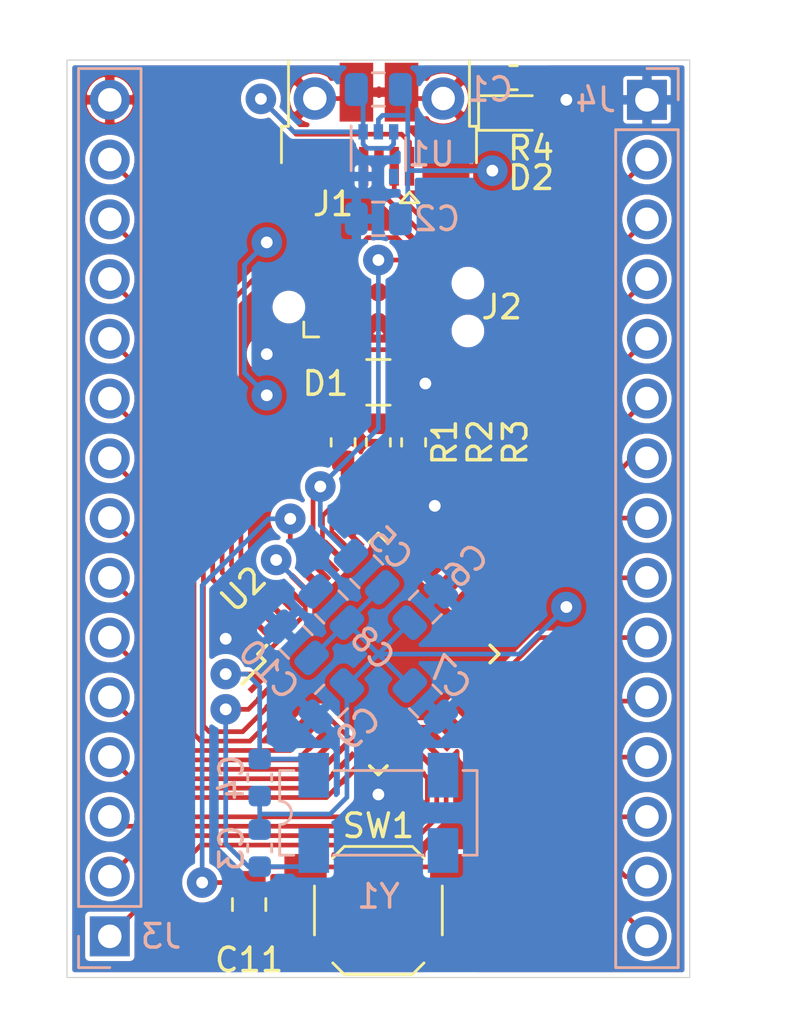
<source format=kicad_pcb>
(kicad_pcb (version 20211014) (generator pcbnew)
  (layers (0 "F.Cu" signal) (31 "B.Cu" signal) (34 "B.Paste" user) (35 "F.Paste" user) (36 "B.SilkS" user "B.Silkscreen") (37 "F.SilkS" user "F.Silkscreen") (38 "B.Mask" user) (39 "F.Mask" user) (44 "Edge.Cuts" user))
  (net 0 "")
  (net 1 "+5V")
  (net 2 "GND")
  (net 3 "+3V3")
  (net 4 "Net-(C3-Pad2)")
  (net 5 "Net-(C4-Pad2)")
  (net 6 "/RST")
  (net 7 "Net-(C8-Pad1)")
  (net 8 "/SW")
  (net 9 "Net-(D1-Pad1)")
  (net 10 "Net-(D1-Pad3)")
  (net 11 "Net-(D1-Pad4)")
  (net 12 "Net-(D2-Pad2)")
  (net 13 "Net-(J1-Pad4)")
  (net 14 "/USB_DP")
  (net 15 "/USB_DM")
  (net 16 "/SWDIO")
  (net 17 "/SWCLK")
  (net 18 "Net-(J2-Pad8)")
  (net 19 "Net-(J2-Pad7)")
  (net 20 "Net-(J2-Pad4)")
  (net 21 "/PB02")
  (net 22 "/PB03")
  (net 23 "/PA02")
  (net 24 "/PA03")
  (net 25 "/PB08")
  (net 26 "/PB09")
  (net 27 "/PA04")
  (net 28 "/PA05")
  (net 29 "/PA06")
  (net 30 "/PA07")
  (net 31 "/PA08")
  (net 32 "/PA09")
  (net 33 "/PA10")
  (net 34 "/PA11")
  (net 35 "/PB10")
  (net 36 "/PB11")
  (net 37 "/PA12")
  (net 38 "/PA13")
  (net 39 "/PA14")
  (net 40 "/PA15")
  (net 41 "/PA16")
  (net 42 "/PA17")
  (net 43 "/PA18")
  (net 44 "/PA19")
  (net 45 "/PA20")
  (net 46 "/PA21")
  (net 47 "/PA22")
  (net 48 "/PA23")
  (net 49 "/LED_B")
  (net 50 "/LED_G")
  (net 51 "/LED_R")
  (net 52 "Net-(U1-Pad4)")
  (net 53 "Net-(Y1-Pad3)")
  (net 54 "Net-(Y1-Pad2)")
  (footprint "LED_SMD:LED_0603_1608Metric" (layer "F.Cu") (at 155.75 76.25)
    (fp_text reference "D2" (at 0.75 2.75) (layer "F.SilkS"))
    (fp_text value "PWR")
    (pad "1" smd roundrect locked (at -0.7875 0) (size 0.875 0.95) (layers "F.Cu" "F.Paste" "F.Mask") (net 2 "GND"))
    (pad "2" smd roundrect locked (at 0.7875 0) (size 0.875 0.95) (layers "F.Cu" "F.Paste" "F.Mask") (net 12 "Net-(D2-Pad2)"))
  )
  (footprint "Package_QFP:TQFP-48_7x7mm_P0.5mm" (layer "F.Cu") (at 150 99.25 45)
    (fp_text reference "U2" (at -2.12132 -6.010408 45) (layer "F.SilkS"))
    (fp_text value "ATSAMD21G18A-AUT")
    (pad "1" smd rect locked (at -4.35 -2.75 45) (size 1.3 0.25) (layers "F.Cu" "F.Paste" "F.Mask") (net 5 "Net-(C4-Pad2)"))
    (pad "2" smd rect locked (at -4.35 -2.25 45) (size 1.3 0.25) (layers "F.Cu" "F.Paste" "F.Mask") (net 4 "Net-(C3-Pad2)"))
    (pad "3" smd rect locked (at -4.35 -1.75 45) (size 1.3 0.25) (layers "F.Cu" "F.Paste" "F.Mask") (net 23 "/PA02"))
    (pad "4" smd rect locked (at -4.35 -1.25 45) (size 1.3 0.25) (layers "F.Cu" "F.Paste" "F.Mask") (net 24 "/PA03"))
    (pad "5" smd rect locked (at -4.35 -0.75 45) (size 1.3 0.25) (layers "F.Cu" "F.Paste" "F.Mask") (net 2 "GND"))
    (pad "6" smd rect locked (at -4.35 -0.25 45) (size 1.3 0.25) (layers "F.Cu" "F.Paste" "F.Mask") (net 3 "+3V3"))
    (pad "7" smd rect locked (at -4.35 0.25 45) (size 1.3 0.25) (layers "F.Cu" "F.Paste" "F.Mask") (net 25 "/PB08"))
    (pad "8" smd rect locked (at -4.35 0.75 45) (size 1.3 0.25) (layers "F.Cu" "F.Paste" "F.Mask") (net 26 "/PB09"))
    (pad "9" smd rect locked (at -4.35 1.25 45) (size 1.3 0.25) (layers "F.Cu" "F.Paste" "F.Mask") (net 27 "/PA04"))
    (pad "10" smd rect locked (at -4.35 1.75 45) (size 1.3 0.25) (layers "F.Cu" "F.Paste" "F.Mask") (net 28 "/PA05"))
    (pad "11" smd rect locked (at -4.35 2.25 45) (size 1.3 0.25) (layers "F.Cu" "F.Paste" "F.Mask") (net 29 "/PA06"))
    (pad "12" smd rect locked (at -4.35 2.75 45) (size 1.3 0.25) (layers "F.Cu" "F.Paste" "F.Mask") (net 30 "/PA07"))
    (pad "13" smd rect locked (at -2.75 4.35 135) (size 1.3 0.25) (layers "F.Cu" "F.Paste" "F.Mask") (net 31 "/PA08"))
    (pad "14" smd rect locked (at -2.25 4.35 135) (size 1.3 0.25) (layers "F.Cu" "F.Paste" "F.Mask") (net 32 "/PA09"))
    (pad "15" smd rect locked (at -1.75 4.35 135) (size 1.3 0.25) (layers "F.Cu" "F.Paste" "F.Mask") (net 33 "/PA10"))
    (pad "16" smd rect locked (at -1.25 4.35 135) (size 1.3 0.25) (layers "F.Cu" "F.Paste" "F.Mask") (net 34 "/PA11"))
    (pad "17" smd rect locked (at -0.75 4.35 135) (size 1.3 0.25) (layers "F.Cu" "F.Paste" "F.Mask") (net 3 "+3V3"))
    (pad "18" smd rect locked (at -0.25 4.35 135) (size 1.3 0.25) (layers "F.Cu" "F.Paste" "F.Mask") (net 2 "GND"))
    (pad "19" smd rect locked (at 0.25 4.35 135) (size 1.3 0.25) (layers "F.Cu" "F.Paste" "F.Mask") (net 35 "/PB10"))
    (pad "20" smd rect locked (at 0.75 4.35 135) (size 1.3 0.25) (layers "F.Cu" "F.Paste" "F.Mask") (net 36 "/PB11"))
    (pad "21" smd rect locked (at 1.25 4.35 135) (size 1.3 0.25) (layers "F.Cu" "F.Paste" "F.Mask") (net 37 "/PA12"))
    (pad "22" smd rect locked (at 1.75 4.35 135) (size 1.3 0.25) (layers "F.Cu" "F.Paste" "F.Mask") (net 38 "/PA13"))
    (pad "23" smd rect locked (at 2.25 4.35 135) (size 1.3 0.25) (layers "F.Cu" "F.Paste" "F.Mask") (net 39 "/PA14"))
    (pad "24" smd rect locked (at 2.75 4.35 135) (size 1.3 0.25) (layers "F.Cu" "F.Paste" "F.Mask") (net 40 "/PA15"))
    (pad "25" smd rect locked (at 4.35 2.75 45) (size 1.3 0.25) (layers "F.Cu" "F.Paste" "F.Mask") (net 41 "/PA16"))
    (pad "26" smd rect locked (at 4.35 2.25 45) (size 1.3 0.25) (layers "F.Cu" "F.Paste" "F.Mask") (net 42 "/PA17"))
    (pad "27" smd rect locked (at 4.35 1.75 45) (size 1.3 0.25) (layers "F.Cu" "F.Paste" "F.Mask") (net 43 "/PA18"))
    (pad "28" smd rect locked (at 4.35 1.25 45) (size 1.3 0.25) (layers "F.Cu" "F.Paste" "F.Mask") (net 44 "/PA19"))
    (pad "29" smd rect locked (at 4.35 0.75 45) (size 1.3 0.25) (layers "F.Cu" "F.Paste" "F.Mask") (net 45 "/PA20"))
    (pad "30" smd rect locked (at 4.35 0.25 45) (size 1.3 0.25) (layers "F.Cu" "F.Paste" "F.Mask") (net 46 "/PA21"))
    (pad "31" smd rect locked (at 4.35 -0.25 45) (size 1.3 0.25) (layers "F.Cu" "F.Paste" "F.Mask") (net 47 "/PA22"))
    (pad "32" smd rect locked (at 4.35 -0.75 45) (size 1.3 0.25) (layers "F.Cu" "F.Paste" "F.Mask") (net 48 "/PA23"))
    (pad "33" smd rect locked (at 4.35 -1.25 45) (size 1.3 0.25) (layers "F.Cu" "F.Paste" "F.Mask") (net 15 "/USB_DM"))
    (pad "34" smd rect locked (at 4.35 -1.75 45) (size 1.3 0.25) (layers "F.Cu" "F.Paste" "F.Mask") (net 14 "/USB_DP"))
    (pad "35" smd rect locked (at 4.35 -2.25 45) (size 1.3 0.25) (layers "F.Cu" "F.Paste" "F.Mask") (net 2 "GND"))
    (pad "36" smd rect locked (at 4.35 -2.75 45) (size 1.3 0.25) (layers "F.Cu" "F.Paste" "F.Mask") (net 3 "+3V3"))
    (pad "37" smd rect locked (at 2.75 -4.35 135) (size 1.3 0.25) (layers "F.Cu" "F.Paste" "F.Mask") (net 49 "/LED_B"))
    (pad "38" smd rect locked (at 2.25 -4.35 135) (size 1.3 0.25) (layers "F.Cu" "F.Paste" "F.Mask") (net 50 "/LED_G"))
    (pad "39" smd rect locked (at 1.75 -4.35 135) (size 1.3 0.25) (layers "F.Cu" "F.Paste" "F.Mask") (net 51 "/LED_R"))
    (pad "40" smd rect locked (at 1.25 -4.35 135) (size 1.3 0.25) (layers "F.Cu" "F.Paste" "F.Mask") (net 6 "/RST"))
    (pad "41" smd rect locked (at 0.75 -4.35 135) (size 1.3 0.25) (layers "F.Cu" "F.Paste" "F.Mask") (net 8 "/SW"))
    (pad "42" smd rect locked (at 0.25 -4.35 135) (size 1.3 0.25) (layers "F.Cu" "F.Paste" "F.Mask") (net 2 "GND"))
    (pad "43" smd rect locked (at -0.25 -4.35 135) (size 1.3 0.25) (layers "F.Cu" "F.Paste" "F.Mask") (net 7 "Net-(C8-Pad1)"))
    (pad "44" smd rect locked (at -0.75 -4.35 135) (size 1.3 0.25) (layers "F.Cu" "F.Paste" "F.Mask") (net 3 "+3V3"))
    (pad "45" smd rect locked (at -1.25 -4.35 135) (size 1.3 0.25) (layers "F.Cu" "F.Paste" "F.Mask") (net 17 "/SWCLK"))
    (pad "46" smd rect locked (at -1.75 -4.35 135) (size 1.3 0.25) (layers "F.Cu" "F.Paste" "F.Mask") (net 16 "/SWDIO"))
    (pad "47" smd rect locked (at -2.25 -4.35 135) (size 1.3 0.25) (layers "F.Cu" "F.Paste" "F.Mask") (net 21 "/PB02"))
    (pad "48" smd rect locked (at -2.75 -4.35 135) (size 1.3 0.25) (layers "F.Cu" "F.Paste" "F.Mask") (net 22 "/PB03"))
  )
  (footprint "Resistor_SMD:R_0603_1608Metric" (layer "F.Cu") (at 155.75 74.75 180)
    (fp_text reference "R4" (at -0.75 -3) (layer "F.SilkS"))
    (fp_text value "1k")
    (pad "1" smd roundrect locked (at -0.7875 0 180) (size 0.875 0.95) (layers "F.Cu" "F.Paste" "F.Mask") (net 3 "+3V3"))
    (pad "2" smd roundrect locked (at 0.7875 0 180) (size 0.875 0.95) (layers "F.Cu" "F.Paste" "F.Mask") (net 12 "Net-(D2-Pad2)"))
  )
  (footprint "Connector:Tag-Connect_TC2050-IDC-NL_2x05_P1.27mm_Vertical" (layer "F.Cu") (at 150 84.5)
    (fp_text reference "J2" (at 5.25 0) (layer "F.SilkS"))
    (fp_text value "SWD")
    (pad "" np_thru_hole circle locked (at -3.81 0) (size 0.9906 0.9906) (drill 0.9906) (layers *.Cu *.Mask))
    (pad "" np_thru_hole circle locked (at 3.81 -1.016) (size 0.9906 0.9906) (drill 0.9906) (layers *.Cu *.Mask))
    (pad "" np_thru_hole circle locked (at 3.81 1.016) (size 0.9906 0.9906) (drill 0.9906) (layers *.Cu *.Mask))
    (pad "1" connect circle locked (at -2.54 0.635) (size 0.7874 0.7874) (layers "F.Cu" "F.Mask") (net 3 "+3V3"))
    (pad "2" connect circle locked (at -1.27 0.635) (size 0.7874 0.7874) (layers "F.Cu" "F.Mask") (net 2 "GND"))
    (pad "3" connect circle locked (at 0 0.635) (size 0.7874 0.7874) (layers "F.Cu" "F.Mask") (net 2 "GND"))
    (pad "4" connect circle locked (at 1.27 0.635) (size 0.7874 0.7874) (layers "F.Cu" "F.Mask") (net 20 "Net-(J2-Pad4)"))
    (pad "5" connect circle locked (at 2.54 0.635) (size 0.7874 0.7874) (layers "F.Cu" "F.Mask") (net 2 "GND"))
    (pad "6" connect circle locked (at 2.54 -0.635) (size 0.7874 0.7874) (layers "F.Cu" "F.Mask") (net 6 "/RST"))
    (pad "7" connect circle locked (at 1.27 -0.635) (size 0.7874 0.7874) (layers "F.Cu" "F.Mask") (net 19 "Net-(J2-Pad7)"))
    (pad "8" connect circle locked (at 0 -0.635) (size 0.7874 0.7874) (layers "F.Cu" "F.Mask") (net 18 "Net-(J2-Pad8)"))
    (pad "9" connect circle locked (at -1.27 -0.635) (size 0.7874 0.7874) (layers "F.Cu" "F.Mask") (net 17 "/SWCLK"))
    (pad "10" connect circle locked (at -2.54 -0.635) (size 0.7874 0.7874) (layers "F.Cu" "F.Mask") (net 16 "/SWDIO"))
  )
  (footprint "Resistor_SMD:R_0603_1608Metric" (layer "F.Cu") (at 151.5 90.25 90)
    (fp_text reference "R3" (at 0 4.32 90) (layer "F.SilkS"))
    (fp_text value "150")
    (pad "1" smd roundrect locked (at -0.7875 0 90) (size 0.875 0.95) (layers "F.Cu" "F.Paste" "F.Mask") (net 49 "/LED_B"))
    (pad "2" smd roundrect locked (at 0.7875 0 90) (size 0.875 0.95) (layers "F.Cu" "F.Paste" "F.Mask") (net 9 "Net-(D1-Pad1)"))
  )
  (footprint "Resistor_SMD:R_0603_1608Metric" (layer "F.Cu") (at 150 90.25 90)
    (fp_text reference "R2" (at 0 4.32 90) (layer "F.SilkS"))
    (fp_text value "150")
    (pad "1" smd roundrect locked (at -0.7875 0 90) (size 0.875 0.95) (layers "F.Cu" "F.Paste" "F.Mask") (net 50 "/LED_G"))
    (pad "2" smd roundrect locked (at 0.7875 0 90) (size 0.875 0.95) (layers "F.Cu" "F.Paste" "F.Mask") (net 11 "Net-(D1-Pad4)"))
  )
  (footprint "Resistor_SMD:R_Array_Convex_2x0606" (layer "F.Cu") (at 150 87.7 180)
    (fp_text reference "D1" (at 2.25 -0.05) (layer "F.SilkS"))
    (fp_text value "LED_RABG")
    (pad "1" smd rect locked (at -0.7 -0.47 180) (size 0.7 0.64) (layers "F.Cu" "F.Paste" "F.Mask") (net 9 "Net-(D1-Pad1)"))
    (pad "2" smd rect locked (at -0.7 0.47 180) (size 0.7 0.64) (layers "F.Cu" "F.Paste" "F.Mask") (net 3 "+3V3"))
    (pad "3" smd rect locked (at 0.7 0.47 180) (size 0.7 0.64) (layers "F.Cu" "F.Paste" "F.Mask") (net 10 "Net-(D1-Pad3)"))
    (pad "4" smd rect locked (at 0.7 -0.47 180) (size 0.7 0.64) (layers "F.Cu" "F.Paste" "F.Mask") (net 11 "Net-(D1-Pad4)"))
  )
  (footprint "Capacitor_SMD:C_0805_2012Metric" (layer "F.Cu") (at 144.5 109.9 90)
    (fp_text reference "C11" (at -2.35 0 180) (layer "F.SilkS"))
    (fp_text value "100n")
    (pad "1" smd roundrect locked (at -0.9375 0 90) (size 0.975 1.4) (layers "F.Cu" "F.Paste" "F.Mask") (net 2 "GND"))
    (pad "2" smd roundrect locked (at 0.9375 0 90) (size 0.975 1.4) (layers "F.Cu" "F.Paste" "F.Mask") (net 8 "/SW"))
  )
  (footprint "Button_Switch_SMD:SW_SPST_SKQG_WithoutStem" (layer "F.Cu") (at 150 110.15)
    (fp_text reference "SW1" (at 0 -3.6) (layer "F.SilkS"))
    (fp_text value "SW_SPST")
    (pad "1" smd rect locked (at -3.1 -1.85) (size 1.8 1.1) (layers "F.Cu" "F.Paste" "F.Mask") (net 8 "/SW"))
    (pad "1" smd rect locked (at 3.1 -1.85) (size 1.8 1.1) (layers "F.Cu" "F.Paste" "F.Mask") (net 8 "/SW"))
    (pad "2" smd rect locked (at 3.1 1.85) (size 1.8 1.1) (layers "F.Cu" "F.Paste" "F.Mask") (net 2 "GND"))
    (pad "2" smd rect locked (at -3.1 1.85) (size 1.8 1.1) (layers "F.Cu" "F.Paste" "F.Mask") (net 2 "GND"))
  )
  (footprint "Resistor_SMD:R_0603_1608Metric" (layer "F.Cu") (at 148.5 90.25 90)
    (fp_text reference "R1" (at 0 4.32 90) (layer "F.SilkS"))
    (fp_text value "150")
    (pad "1" smd roundrect locked (at -0.7875 0 90) (size 0.875 0.95) (layers "F.Cu" "F.Paste" "F.Mask") (net 51 "/LED_R"))
    (pad "2" smd roundrect locked (at 0.7875 0 90) (size 0.875 0.95) (layers "F.Cu" "F.Paste" "F.Mask") (net 10 "Net-(D1-Pad3)"))
  )
  (footprint "Connector_USB:USB_Micro-B_Amphenol_10103594-0001LF_Horizontal" (layer "F.Cu") (at 150 76.75 180)
    (fp_text reference "J1" (at 1.925 -3.365) (layer "F.SilkS"))
    (fp_text value "USB_B_Micro")
    (pad "1" smd rect locked (at -1.325 -1.765 270) (size 1.65 0.4) (layers "F.Cu" "F.Paste" "F.Mask") (net 1 "+5V"))
    (pad "2" smd rect locked (at -0.675 -1.765 270) (size 1.65 0.4) (layers "F.Cu" "F.Paste" "F.Mask") (net 15 "/USB_DM"))
    (pad "3" smd rect locked (at -0.025 -1.765 270) (size 1.65 0.4) (layers "F.Cu" "F.Paste" "F.Mask") (net 14 "/USB_DP"))
    (pad "4" smd rect locked (at 0.625 -1.765 270) (size 1.65 0.4) (layers "F.Cu" "F.Paste" "F.Mask") (net 13 "Net-(J1-Pad4)"))
    (pad "5" smd rect locked (at 1.275 -1.765 270) (size 1.65 0.4) (layers "F.Cu" "F.Paste" "F.Mask") (net 2 "GND"))
    (pad "6" smd rect locked (at -0.985 1.385 270) (size 2.5 1.43) (layers "F.Cu" "F.Paste" "F.Mask") (net 2 "GND"))
    (pad "6" smd rect locked (at 2.875 -1.885 180) (size 2 1.5) (layers "F.Cu" "F.Paste" "F.Mask") (net 2 "GND"))
    (pad "6" thru_hole circle locked (at -2.755 1.115 270) (size 1.8 1.8) (drill 1) (layers *.Cu *.Mask) (net 2 "GND"))
    (pad "6" smd rect locked (at -2.875 -1.865 180) (size 2 1.5) (layers "F.Cu" "F.Paste" "F.Mask") (net 2 "GND"))
    (pad "6" smd rect locked (at 0.935 1.385 270) (size 2.5 1.43) (layers "F.Cu" "F.Paste" "F.Mask") (net 2 "GND"))
    (pad "6" thru_hole circle locked (at 2.705 1.115 270) (size 1.8 1.8) (drill 1) (layers *.Cu *.Mask) (net 2 "GND"))
  )
  (footprint "Connector_PinHeader_2.54mm:PinHeader_1x15_P2.54mm_Vertical" (layer "B.Cu") (at 138.57 111.25)
    (fp_text reference "J3" (at 2.18 0) (layer "B.SilkS") (effects (justify mirror)))
    (fp_text value "Conn_01x15")
    (pad "1" thru_hole rect locked (at 0 0) (size 1.7 1.7) (drill 1) (layers *.Cu *.Mask) (net 34 "/PA11"))
    (pad "2" thru_hole oval locked (at 0 -2.54) (size 1.7 1.7) (drill 1) (layers *.Cu *.Mask) (net 33 "/PA10"))
    (pad "3" thru_hole oval locked (at 0 -5.08) (size 1.7 1.7) (drill 1) (layers *.Cu *.Mask) (net 32 "/PA09"))
    (pad "4" thru_hole oval locked (at 0 -7.62) (size 1.7 1.7) (drill 1) (layers *.Cu *.Mask) (net 31 "/PA08"))
    (pad "5" thru_hole oval locked (at 0 -10.16) (size 1.7 1.7) (drill 1) (layers *.Cu *.Mask) (net 30 "/PA07"))
    (pad "6" thru_hole oval locked (at 0 -12.7) (size 1.7 1.7) (drill 1) (layers *.Cu *.Mask) (net 29 "/PA06"))
    (pad "7" thru_hole oval locked (at 0 -15.24) (size 1.7 1.7) (drill 1) (layers *.Cu *.Mask) (net 28 "/PA05"))
    (pad "8" thru_hole oval locked (at 0 -17.78) (size 1.7 1.7) (drill 1) (layers *.Cu *.Mask) (net 27 "/PA04"))
    (pad "9" thru_hole oval locked (at 0 -20.32) (size 1.7 1.7) (drill 1) (layers *.Cu *.Mask) (net 26 "/PB09"))
    (pad "10" thru_hole oval locked (at 0 -22.86) (size 1.7 1.7) (drill 1) (layers *.Cu *.Mask) (net 25 "/PB08"))
    (pad "11" thru_hole oval locked (at 0 -25.4) (size 1.7 1.7) (drill 1) (layers *.Cu *.Mask) (net 24 "/PA03"))
    (pad "12" thru_hole oval locked (at 0 -27.94) (size 1.7 1.7) (drill 1) (layers *.Cu *.Mask) (net 23 "/PA02"))
    (pad "13" thru_hole oval locked (at 0 -30.48) (size 1.7 1.7) (drill 1) (layers *.Cu *.Mask) (net 22 "/PB03"))
    (pad "14" thru_hole oval locked (at 0 -33.02) (size 1.7 1.7) (drill 1) (layers *.Cu *.Mask) (net 21 "/PB02"))
    (pad "15" thru_hole oval locked (at 0 -35.56) (size 1.7 1.7) (drill 1) (layers *.Cu *.Mask) (net 2 "GND"))
  )
  (footprint "Capacitor_SMD:C_0805_2012Metric" (layer "B.Cu") (at 152 101.25 135)
    (fp_text reference "C7" (at 0 1.414214 135) (layer "B.SilkS") (effects (justify mirror)))
    (fp_text value "100n")
    (pad "1" smd roundrect locked (at -0.9375 0 135) (size 0.975 1.4) (layers "B.Cu" "B.Paste" "B.Mask") (net 3 "+3V3"))
    (pad "2" smd roundrect locked (at 0.9375 0 135) (size 0.975 1.4) (layers "B.Cu" "B.Paste" "B.Mask") (net 2 "GND"))
  )
  (footprint "Capacitor_SMD:C_0805_2012Metric" (layer "B.Cu") (at 152 97.25 -135)
    (fp_text reference "C6" (at -2.474874 0 45) (layer "B.SilkS") (effects (justify mirror)))
    (fp_text value "100n")
    (pad "1" smd roundrect locked (at -0.9375 0 225) (size 0.975 1.4) (layers "B.Cu" "B.Paste" "B.Mask") (net 3 "+3V3"))
    (pad "2" smd roundrect locked (at 0.9375 0 225) (size 0.975 1.4) (layers "B.Cu" "B.Paste" "B.Mask") (net 2 "GND"))
  )
  (footprint "Capacitor_SMD:C_0805_2012Metric" (layer "B.Cu") (at 149.5 95.75 -45)
    (fp_text reference "C5" (at 0 -1.414214 -45) (layer "B.SilkS") (effects (justify mirror)))
    (fp_text value "100n")
    (pad "1" smd roundrect locked (at -0.9375 0 315) (size 0.975 1.4) (layers "B.Cu" "B.Paste" "B.Mask") (net 6 "/RST"))
    (pad "2" smd roundrect locked (at 0.9375 0 315) (size 0.975 1.4) (layers "B.Cu" "B.Paste" "B.Mask") (net 2 "GND"))
  )
  (footprint "Capacitor_SMD:C_0805_2012Metric" (layer "B.Cu") (at 150 80.75)
    (fp_text reference "C2" (at 2.5 0) (layer "B.SilkS") (effects (justify mirror)))
    (fp_text value "10u")
    (pad "1" smd roundrect locked (at -0.9375 0) (size 0.975 1.4) (layers "B.Cu" "B.Paste" "B.Mask") (net 3 "+3V3"))
    (pad "2" smd roundrect locked (at 0.9375 0) (size 0.975 1.4) (layers "B.Cu" "B.Paste" "B.Mask") (net 2 "GND"))
  )
  (footprint "Package_TO_SOT_SMD:SOT-353_SC-70-5" (layer "B.Cu") (at 150 78 -90)
    (fp_text reference "U1" (at 0 -2.25 180) (layer "B.SilkS") (effects (justify mirror)))
    (fp_text value "MIC5365-3.3YC5")
    (pad "1" smd rect locked (at -0.95 0.65 270) (size 0.65 0.4) (layers "B.Cu" "B.Paste" "B.Mask") (net 1 "+5V"))
    (pad "2" smd rect locked (at -0.95 0 270) (size 0.65 0.4) (layers "B.Cu" "B.Paste" "B.Mask") (net 2 "GND"))
    (pad "3" smd rect locked (at -0.95 -0.65 270) (size 0.65 0.4) (layers "B.Cu" "B.Paste" "B.Mask") (net 1 "+5V"))
    (pad "4" smd rect locked (at 0.95 -0.65 270) (size 0.65 0.4) (layers "B.Cu" "B.Paste" "B.Mask") (net 52 "Net-(U1-Pad4)"))
    (pad "5" smd rect locked (at 0.95 0.65 270) (size 0.65 0.4) (layers "B.Cu" "B.Paste" "B.Mask") (net 3 "+3V3"))
  )
  (footprint "Capacitor_SMD:C_0603_1608Metric" (layer "B.Cu") (at 144.95 104.5 90)
    (fp_text reference "C4" (at 0 -1.2 270) (layer "B.SilkS") (effects (justify mirror)))
    (fp_text value "20p")
    (pad "1" smd roundrect locked (at -0.7875 0 90) (size 0.875 0.95) (layers "B.Cu" "B.Paste" "B.Mask") (net 2 "GND"))
    (pad "2" smd roundrect locked (at 0.7875 0 90) (size 0.875 0.95) (layers "B.Cu" "B.Paste" "B.Mask") (net 5 "Net-(C4-Pad2)"))
  )
  (footprint "Crystal:Crystal_SMD_SeikoEpson_MC306-4Pin_8.0x3.2mm" (layer "B.Cu") (at 150 106)
    (fp_text reference "Y1" (at 0 3.55) (layer "B.SilkS") (effects (justify mirror)))
    (fp_text value "32.768kHz")
    (pad "1" smd rect locked (at -2.75 -1.6) (size 1.3 1.9) (layers "B.Cu" "B.Paste" "B.Mask") (net 5 "Net-(C4-Pad2)"))
    (pad "2" smd rect locked (at 2.75 -1.6) (size 1.3 1.9) (layers "B.Cu" "B.Paste" "B.Mask") (net 54 "Net-(Y1-Pad2)"))
    (pad "3" smd rect locked (at 2.75 1.6) (size 1.3 1.9) (layers "B.Cu" "B.Paste" "B.Mask") (net 53 "Net-(Y1-Pad3)"))
    (pad "4" smd rect locked (at -2.75 1.6) (size 1.3 1.9) (layers "B.Cu" "B.Paste" "B.Mask") (net 4 "Net-(C3-Pad2)"))
  )
  (footprint "Capacitor_SMD:C_0603_1608Metric" (layer "B.Cu") (at 144.95 107.5 -90)
    (fp_text reference "C3" (at 0 1.2 90) (layer "B.SilkS") (effects (justify mirror)))
    (fp_text value "20p")
    (pad "1" smd roundrect locked (at -0.7875 0 270) (size 0.875 0.95) (layers "B.Cu" "B.Paste" "B.Mask") (net 2 "GND"))
    (pad "2" smd roundrect locked (at 0.7875 0 270) (size 0.875 0.95) (layers "B.Cu" "B.Paste" "B.Mask") (net 4 "Net-(C3-Pad2)"))
  )
  (footprint "Capacitor_SMD:C_0805_2012Metric" (layer "B.Cu") (at 148 101.25 45)
    (fp_text reference "C9" (at 0 1.65 45) (layer "B.SilkS") (effects (justify mirror)))
    (fp_text value "100n")
    (pad "1" smd roundrect locked (at -0.9375 0 45) (size 0.975 1.4) (layers "B.Cu" "B.Paste" "B.Mask") (net 3 "+3V3"))
    (pad "2" smd roundrect locked (at 0.9375 0 45) (size 0.975 1.4) (layers "B.Cu" "B.Paste" "B.Mask") (net 2 "GND"))
  )
  (footprint "Capacitor_SMD:C_0805_2012Metric" (layer "B.Cu") (at 150 75.25 180)
    (fp_text reference "C1" (at -4.75 0) (layer "B.SilkS") (effects (justify mirror)))
    (fp_text value "10u")
    (pad "1" smd roundrect locked (at -0.9375 0 180) (size 0.975 1.4) (layers "B.Cu" "B.Paste" "B.Mask") (net 2 "GND"))
    (pad "2" smd roundrect locked (at 0.9375 0 180) (size 0.975 1.4) (layers "B.Cu" "B.Paste" "B.Mask") (net 1 "+5V"))
  )
  (footprint "Capacitor_SMD:C_0805_2012Metric" (layer "B.Cu") (at 148 97.25 -45)
    (fp_text reference "C8" (at 2.474874 0 -45) (layer "B.SilkS") (effects (justify mirror)))
    (fp_text value "100n")
    (pad "1" smd roundrect locked (at -0.9375 0 315) (size 0.975 1.4) (layers "B.Cu" "B.Paste" "B.Mask") (net 7 "Net-(C8-Pad1)"))
    (pad "2" smd roundrect locked (at 0.9375 0 315) (size 0.975 1.4) (layers "B.Cu" "B.Paste" "B.Mask") (net 2 "GND"))
  )
  (footprint "Capacitor_SMD:C_0805_2012Metric" (layer "B.Cu") (at 146.5 98.75 -45)
    (fp_text reference "C10" (at 0 1.65 135) (layer "B.SilkS") (effects (justify mirror)))
    (fp_text value "100n")
    (pad "1" smd roundrect locked (at -0.9375 0 315) (size 0.975 1.4) (layers "B.Cu" "B.Paste" "B.Mask") (net 3 "+3V3"))
    (pad "2" smd roundrect locked (at 0.9375 0 315) (size 0.975 1.4) (layers "B.Cu" "B.Paste" "B.Mask") (net 2 "GND"))
  )
  (footprint "Connector_PinHeader_2.54mm:PinHeader_1x15_P2.54mm_Vertical" (layer "B.Cu") (at 161.43 75.69 180)
    (fp_text reference "J4" (at 2.18 0) (layer "B.SilkS") (effects (justify mirror)))
    (fp_text value "Conn_01x15")
    (pad "1" thru_hole rect locked (at 0 0 180) (size 1.7 1.7) (drill 1) (layers *.Cu *.Mask) (net 3 "+3V3"))
    (pad "2" thru_hole oval locked (at 0 -2.54 180) (size 1.7 1.7) (drill 1) (layers *.Cu *.Mask) (net 48 "/PA23"))
    (pad "3" thru_hole oval locked (at 0 -5.08 180) (size 1.7 1.7) (drill 1) (layers *.Cu *.Mask) (net 47 "/PA22"))
    (pad "4" thru_hole oval locked (at 0 -7.62 180) (size 1.7 1.7) (drill 1) (layers *.Cu *.Mask) (net 46 "/PA21"))
    (pad "5" thru_hole oval locked (at 0 -10.16 180) (size 1.7 1.7) (drill 1) (layers *.Cu *.Mask) (net 45 "/PA20"))
    (pad "6" thru_hole oval locked (at 0 -12.7 180) (size 1.7 1.7) (drill 1) (layers *.Cu *.Mask) (net 44 "/PA19"))
    (pad "7" thru_hole oval locked (at 0 -15.24 180) (size 1.7 1.7) (drill 1) (layers *.Cu *.Mask) (net 43 "/PA18"))
    (pad "8" thru_hole oval locked (at 0 -17.78 180) (size 1.7 1.7) (drill 1) (layers *.Cu *.Mask) (net 42 "/PA17"))
    (pad "9" thru_hole oval locked (at 0 -20.32 180) (size 1.7 1.7) (drill 1) (layers *.Cu *.Mask) (net 41 "/PA16"))
    (pad "10" thru_hole oval locked (at 0 -22.86 180) (size 1.7 1.7) (drill 1) (layers *.Cu *.Mask) (net 40 "/PA15"))
    (pad "11" thru_hole oval locked (at 0 -25.4 180) (size 1.7 1.7) (drill 1) (layers *.Cu *.Mask) (net 39 "/PA14"))
    (pad "12" thru_hole oval locked (at 0 -27.94 180) (size 1.7 1.7) (drill 1) (layers *.Cu *.Mask) (net 38 "/PA13"))
    (pad "13" thru_hole oval locked (at 0 -30.48 180) (size 1.7 1.7) (drill 1) (layers *.Cu *.Mask) (net 37 "/PA12"))
    (pad "14" thru_hole oval locked (at 0 -33.02 180) (size 1.7 1.7) (drill 1) (layers *.Cu *.Mask) (net 36 "/PB11"))
    (pad "15" thru_hole oval locked (at 0 -35.56 180) (size 1.7 1.7) (drill 1) (layers *.Cu *.Mask) (net 35 "/PB10"))
  )
  (gr_line (start 136.75 74) (end 136.75 113) (layer "Edge.Cuts") (width 0.05))
  (gr_line (start 163.25 74) (end 136.75 74) (layer "Edge.Cuts") (width 0.05))
  (gr_line (start 163.25 113) (end 163.25 74) (layer "Edge.Cuts") (width 0.05))
  (gr_line (start 136.75 113) (end 163.25 113) (layer "Edge.Cuts") (width 0.05))
  (segment (start 151.325 78.515) (end 151.325 77.49) (width 0.2) (layer "F.Cu") (net 1))
  (segment (start 150.985 77.15) (end 146.5 77.15) (width 0.2) (layer "F.Cu") (net 1))
  (segment (start 146.5 77.15) (end 145 75.65) (width 0.2) (layer "F.Cu") (net 1))
  (segment (start 151.325 77.49) (end 150.985 77.15) (width 0.2) (layer "F.Cu") (net 1))
  (via (at 145 75.65) (size 1.3) (drill 0.5) (layers "F.Cu" "B.Cu") (net 1))
  (segment (start 150.475 77.75) (end 150.65 77.575) (width 0.2) (layer "B.Cu") (net 1))
  (segment (start 149.35 77.05) (end 146.4 77.05) (width 0.2) (layer "B.Cu") (net 1))
  (segment (start 149.525 77.75) (end 150.475 77.75) (width 0.2) (layer "B.Cu") (net 1))
  (segment (start 149.35 75.5375) (end 149.0625 75.25) (width 0.2) (layer "B.Cu") (net 1))
  (segment (start 146.4 77.05) (end 145 75.65) (width 0.2) (layer "B.Cu") (net 1))
  (segment (start 149.35 77.05) (end 149.35 77.575) (width 0.2) (layer "B.Cu") (net 1))
  (segment (start 149.35 77.575) (end 149.525 77.75) (width 0.2) (layer "B.Cu") (net 1))
  (segment (start 150.65 77.575) (end 150.65 77.05) (width 0.2) (layer "B.Cu") (net 1))
  (segment (start 149.35 77.05) (end 149.35 75.5375) (width 0.2) (layer "B.Cu") (net 1))
  (segment (start 148.73 85.135) (end 149.25 85.655) (width 0.2) (layer "F.Cu") (net 2))
  (segment (start 152.755 75.635) (end 151.255 75.635) (width 0.2) (layer "F.Cu") (net 2))
  (segment (start 147.295 75.635) (end 148.795 75.635) (width 0.2) (layer "F.Cu") (net 2))
  (segment (start 149.48 85.655) (end 150 85.135) (width 0.2) (layer "F.Cu") (net 2))
  (segment (start 148.795 75.635) (end 149.065 75.365) (width 0.2) (layer "F.Cu") (net 2))
  (segment (start 151.255 75.635) (end 150.985 75.365) (width 0.2) (layer "F.Cu") (net 2))
  (segment (start 149.25 85.655) (end 149.48 85.655) (width 0.2) (layer "F.Cu") (net 2))
  (via (at 145.25 81.75) (size 1.3) (drill 0.5) (layers "F.Cu" "B.Cu") (net 2))
  (via (at 145.25 88.25) (size 1.3) (drill 0.5) (layers "F.Cu" "B.Cu") (net 2))
  (via (at 158 97.25) (size 1.3) (drill 0.5) (layers "F.Cu" "B.Cu") (net 2))
  (via (at 154.85 78.7) (size 1.3) (drill 0.5) (layers "F.Cu" "B.Cu") (net 2))
  (segment (start 151.25 78.75) (end 151.25 80.4375) (width 0.2) (layer "B.Cu") (net 2))
  (segment (start 151.25 75.5625) (end 151.25 76.35) (width 0.2) (layer "B.Cu") (net 2))
  (segment (start 150 76.525) (end 150 77.05) (width 0.2) (layer "B.Cu") (net 2))
  (segment (start 144.300017 87.300017) (end 144.300017 82.699983) (width 0.2) (layer "B.Cu") (net 2))
  (segment (start 150 99.25) (end 151.337087 100.587087) (width 0.2) (layer "B.Cu") (net 2))
  (segment (start 150.9375 75.25) (end 151.25 75.5625) (width 0.2) (layer "B.Cu") (net 2))
  (segment (start 151.25 80.4375) (end 150.9375 80.75) (width 0.2) (layer "B.Cu") (net 2))
  (segment (start 148.662913 101.272553) (end 148.662913 100.587087) (width 0.2) (layer "B.Cu") (net 2))
  (segment (start 148.662913 105.337087) (end 148.662913 101.272553) (width 0.2) (layer "B.Cu") (net 2))
  (segment (start 151.25 76.35) (end 151.25 78.75) (width 0.2) (layer "B.Cu") (net 2))
  (segment (start 144.95 105.2875) (end 144.95 106.05) (width 0.2) (layer "B.Cu") (net 2))
  (segment (start 147.657887 98.917939) (end 150.162913 96.412913) (width 0.2) (layer "B.Cu") (net 2))
  (segment (start 144.300017 82.699983) (end 144.600001 82.399999) (width 0.2) (layer "B.Cu") (net 2))
  (segment (start 151.3 78.7) (end 154.85 78.7) (width 0.2) (layer "B.Cu") (net 2))
  (segment (start 144.95 106.05) (end 147.95 106.05) (width 0.2) (layer "B.Cu") (net 2))
  (segment (start 151.25 76.35) (end 150.175 76.35) (width 0.2) (layer "B.Cu") (net 2))
  (segment (start 144.600001 82.399999) (end 145.25 81.75) (width 0.2) (layer "B.Cu") (net 2))
  (segment (start 156 99.25) (end 158 97.25) (width 0.2) (layer "B.Cu") (net 2))
  (segment (start 145.25 88.25) (end 144.300017 87.300017) (width 0.2) (layer "B.Cu") (net 2))
  (segment (start 147.95 106.05) (end 148.662913 105.337087) (width 0.2) (layer "B.Cu") (net 2))
  (segment (start 148.662913 100.587087) (end 151.337087 97.912913) (width 0.2) (layer "B.Cu") (net 2))
  (segment (start 148.662913 97.912913) (end 150 99.25) (width 0.2) (layer "B.Cu") (net 2))
  (segment (start 150 99.25) (end 156 99.25) (width 0.2) (layer "B.Cu") (net 2))
  (segment (start 144.95 106.05) (end 144.95 106.7125) (width 0.2) (layer "B.Cu") (net 2))
  (segment (start 151.25 78.75) (end 151.3 78.7) (width 0.2) (layer "B.Cu") (net 2))
  (segment (start 147.162913 99.412913) (end 147.657887 98.917939) (width 0.2) (layer "B.Cu") (net 2))
  (segment (start 150.175 76.35) (end 150 76.525) (width 0.2) (layer "B.Cu") (net 2))
  (segment (start 146.393755 96.704416) (end 146.88822 97.198881) (width 0.2) (layer "F.Cu") (net 3))
  (segment (start 150 104.058311) (end 150 105.21999) (width 0.2) (layer "F.Cu") (net 3))
  (segment (start 147.241774 101.654673) (end 147.596362 101.654673) (width 0.2) (layer "F.Cu") (net 3))
  (segment (start 151.131371 94.218629) (end 152.4 92.95) (width 0.2) (layer "F.Cu") (net 3))
  (segment (start 146.88822 97.198881) (end 146.88822 97.553469) (width 0.2) (layer "F.Cu") (net 3))
  (segment (start 151.48 87.23) (end 152 87.75) (width 0.2) (layer "F.Cu") (net 3))
  (segment (start 151.696531 102.36178) (end 150 104.058311) (width 0.2) (layer "F.Cu") (net 3))
  (segment (start 147.46 85.135) (end 146.095 86.5) (width 0.2) (layer "F.Cu") (net 3))
  (segment (start 145.475042 98.966647) (end 143.869652 98.966647) (width 0.2) (layer "F.Cu") (net 3))
  (segment (start 147.596362 101.654673) (end 150 104.058311) (width 0.2) (layer "F.Cu") (net 3))
  (segment (start 158 75.69) (end 161.43 75.69) (width 0.2) (layer "F.Cu") (net 3))
  (segment (start 146.88822 97.553469) (end 145.475042 98.966647) (width 0.2) (layer "F.Cu") (net 3))
  (segment (start 143.869652 98.966647) (end 143.502919 98.599914) (width 0.2) (layer "F.Cu") (net 3))
  (segment (start 150.7 87.23) (end 151.48 87.23) (width 0.2) (layer "F.Cu") (net 3))
  (segment (start 152.545584 102.856245) (end 152.051119 102.36178) (width 0.2) (layer "F.Cu") (net 3))
  (segment (start 151.131371 94.229542) (end 151.131371 94.218629) (width 0.2) (layer "F.Cu") (net 3))
  (segment (start 152.051119 102.36178) (end 151.696531 102.36178) (width 0.2) (layer "F.Cu") (net 3))
  (segment (start 156.5375 74.75) (end 157.06 74.75) (width 0.2) (layer "F.Cu") (net 3))
  (segment (start 146.095 86.5) (end 145.250018 86.5) (width 0.2) (layer "F.Cu") (net 3))
  (segment (start 157.06 74.75) (end 158 75.69) (width 0.2) (layer "F.Cu") (net 3))
  (segment (start 146.747309 102.149138) (end 147.241774 101.654673) (width 0.2) (layer "F.Cu") (net 3))
  (via (at 143.502919 98.599914) (size 1.3) (drill 0.5) (layers "F.Cu" "B.Cu") (net 3))
  (via (at 152.4 92.95) (size 1.3) (drill 0.5) (layers "F.Cu" "B.Cu") (net 3))
  (via (at 150 105.21999) (size 1.3) (drill 0.5) (layers "F.Cu" "B.Cu") (net 3))
  (via (at 152 87.75) (size 1.3) (drill 0.5) (layers "F.Cu" "B.Cu") (net 3))
  (via (at 158 75.69) (size 1.3) (drill 0.5) (layers "F.Cu" "B.Cu") (net 3))
  (via (at 145.250018 86.5) (size 1.3) (drill 0.5) (layers "F.Cu" "B.Cu") (net 3))
  (segment (start 144.468099 101.59992) (end 143.502919 101.59992) (width 0.2) (layer "F.Cu") (net 4))
  (segment (start 145.333095 100.734924) (end 144.468099 101.59992) (width 0.2) (layer "F.Cu") (net 4))
  (via (at 143.502919 101.59992) (size 1.3) (drill 0.5) (layers "F.Cu" "B.Cu") (net 4))
  (segment (start 147.2125 108.2875) (end 147.25 108.25) (width 0.2) (layer "B.Cu") (net 4))
  (segment (start 144.95 108.2875) (end 144.475 108.2875) (width 0.2) (layer "B.Cu") (net 4))
  (segment (start 143.502919 107.315419) (end 143.502919 102.519158) (width 0.2) (layer "B.Cu") (net 4))
  (segment (start 144.475 108.2875) (end 143.502919 107.315419) (width 0.2) (layer "B.Cu") (net 4))
  (segment (start 143.502919 102.519158) (end 143.502919 101.59992) (width 0.2) (layer "B.Cu") (net 4))
  (segment (start 144.95 108.2875) (end 147.2125 108.2875) (width 0.2) (layer "B.Cu") (net 4))
  (segment (start 144.698171 100.1) (end 143.503002 100.1) (width 0.2) (layer "F.Cu") (net 5))
  (segment (start 143.503002 100.1) (end 143.502919 100.099917) (width 0.2) (layer "F.Cu") (net 5))
  (segment (start 144.979542 100.381371) (end 144.698171 100.1) (width 0.2) (layer "F.Cu") (net 5))
  (via (at 143.502919 100.099917) (size 1.3) (drill 0.5) (layers "F.Cu" "B.Cu") (net 5))
  (segment (start 144.95 103.275) (end 144.95 103.7125) (width 0.2) (layer "B.Cu") (net 5))
  (segment (start 144.422157 100.099917) (end 144.95 100.62776) (width 0.2) (layer "B.Cu") (net 5))
  (segment (start 144.95 100.62776) (end 144.95 103.275) (width 0.2) (layer "B.Cu") (net 5))
  (segment (start 144.95 103.7125) (end 147 103.7125) (width 0.2) (layer "B.Cu") (net 5))
  (segment (start 143.502919 100.099917) (end 144.422157 100.099917) (width 0.2) (layer "B.Cu") (net 5))
  (segment (start 147.220591 92.435905) (end 147.528248 92.128248) (width 0.2) (layer "F.Cu") (net 6))
  (segment (start 147.220591 94.702824) (end 147.220591 92.435905) (width 0.2) (layer "F.Cu") (net 6))
  (segment (start 147.807969 95.290202) (end 147.220591 94.702824) (width 0.2) (layer "F.Cu") (net 6))
  (segment (start 152.54 83.865) (end 151.175 82.5) (width 0.2) (layer "F.Cu") (net 6))
  (segment (start 151.175 82.5) (end 150 82.5) (width 0.2) (layer "F.Cu") (net 6))
  (via (at 147.528248 92.128248) (size 1.3) (drill 0.5) (layers "F.Cu" "B.Cu") (net 6))
  (via (at 150 82.5) (size 1.3) (drill 0.5) (layers "F.Cu" "B.Cu") (net 6))
  (segment (start 150 82.5) (end 150 89.656496) (width 0.2) (layer "B.Cu") (net 6))
  (segment (start 147.528248 92.128248) (end 147.528248 93.778248) (width 0.2) (layer "B.Cu") (net 6))
  (segment (start 147.528248 93.778248) (end 148.837087 95.087087) (width 0.2) (layer "B.Cu") (net 6))
  (segment (start 150 89.656496) (end 147.528248 92.128248) (width 0.2) (layer "B.Cu") (net 6))
  (segment (start 146.747309 96.347309) (end 145.65 95.25) (width 0.2) (layer "F.Cu") (net 7))
  (segment (start 146.747309 96.350862) (end 146.747309 96.347309) (width 0.2) (layer "F.Cu") (net 7))
  (via (at 145.65 95.25) (size 1.3) (drill 0.5) (layers "F.Cu" "B.Cu") (net 7))
  (segment (start 146.987087 96.587087) (end 147.337087 96.587087) (width 0.2) (layer "B.Cu") (net 7))
  (segment (start 145.65 95.25) (end 146.987087 96.587087) (width 0.2) (layer "B.Cu") (net 7))
  (segment (start 146.9 108.3) (end 145.1625 108.3) (width 0.2) (layer "F.Cu") (net 8))
  (segment (start 145.1625 108.3) (end 144.5 108.9625) (width 0.2) (layer "F.Cu") (net 8))
  (segment (start 146.9 108.3) (end 153.1 108.3) (width 0.2) (layer "F.Cu") (net 8))
  (segment (start 147.454416 95.643755) (end 146.25 94.439339) (width 0.2) (layer "F.Cu") (net 8))
  (segment (start 142.5625 108.8125) (end 142.5 108.75) (width 0.2) (layer "F.Cu") (net 8))
  (segment (start 146.25 94.439339) (end 146.25 93.5) (width 0.2) (layer "F.Cu") (net 8))
  (segment (start 144.5 108.9625) (end 142.5625 108.9625) (width 0.2) (layer "F.Cu") (net 8))
  (via (at 146.25 93.5) (size 1.3) (drill 0.5) (layers "F.Cu" "B.Cu") (net 8))
  (via (at 142.5 108.9625) (size 1.3) (drill 0.5) (layers "F.Cu" "B.Cu") (net 8))
  (segment (start 142.5 96.330762) (end 145.330762 93.5) (width 0.2) (layer "B.Cu") (net 8))
  (segment (start 145.330762 93.5) (end 146.25 93.5) (width 0.2) (layer "B.Cu") (net 8))
  (segment (start 142.5 108.8125) (end 142.5 96.330762) (width 0.2) (layer "B.Cu") (net 8))
  (segment (start 151.5 88.97) (end 150.7 88.17) (width 0.2) (layer "F.Cu") (net 9))
  (segment (start 151.5 89.4625) (end 151.5 88.97) (width 0.2) (layer "F.Cu") (net 9))
  (segment (start 148.5 89.025) (end 148.5 89.4625) (width 0.2) (layer "F.Cu") (net 10))
  (segment (start 148.5 87.48) (end 148.5 89.025) (width 0.2) (layer "F.Cu") (net 10))
  (segment (start 148.75 87.23) (end 148.5 87.48) (width 0.2) (layer "F.Cu") (net 10))
  (segment (start 149.3 87.23) (end 148.75 87.23) (width 0.2) (layer "F.Cu") (net 10))
  (segment (start 149.3 88.7625) (end 150 89.4625) (width 0.2) (layer "F.Cu") (net 11))
  (segment (start 149.3 88.17) (end 149.3 88.7625) (width 0.2) (layer "F.Cu") (net 11))
  (segment (start 154.9625 74.75) (end 155.0375 74.75) (width 0.2) (layer "F.Cu") (net 12))
  (segment (start 155.0375 74.75) (end 156.5375 76.25) (width 0.2) (layer "F.Cu") (net 12))
  (segment (start 150.025 78.515) (end 150.025 79.54) (width 0.2) (layer "F.Cu") (net 14))
  (segment (start 155.005312 82.936566) (end 155.005312 89.504386) (width 0.2) (layer "F.Cu") (net 14))
  (segment (start 155.005312 89.504386) (end 154.999989 89.509709) (width 0.2) (layer "F.Cu") (net 14))
  (segment (start 150.025 79.54) (end 152.735011 82.250011) (width 0.2) (layer "F.Cu") (net 14))
  (segment (start 154.318757 82.250011) (end 155.005312 82.936566) (width 0.2) (layer "F.Cu") (net 14))
  (segment (start 152.735011 82.250011) (end 154.318757 82.250011) (width 0.2) (layer "F.Cu") (net 14))
  (segment (start 154.999989 89.509709) (end 154.999989 91.775138) (width 0.2) (layer "F.Cu") (net 14))
  (segment (start 154.999989 91.775138) (end 151.838478 94.936649) (width 0.2) (layer "F.Cu") (net 14))
  (segment (start 152.985 81.85) (end 154.484446 81.85) (width 0.2) (layer "F.Cu") (net 15))
  (segment (start 154.484446 81.85) (end 155.405323 82.770877) (width 0.2) (layer "F.Cu") (net 15))
  (segment (start 155.4 89.675398) (end 155.4 92.082233) (width 0.2) (layer "F.Cu") (net 15))
  (segment (start 150.675 79.54) (end 152.985 81.85) (width 0.2) (layer "F.Cu") (net 15))
  (segment (start 155.4 92.082233) (end 152.192031 95.290202) (width 0.2) (layer "F.Cu") (net 15))
  (segment (start 155.405323 82.770877) (end 155.405323 89.670075) (width 0.2) (layer "F.Cu") (net 15))
  (segment (start 155.405323 89.670075) (end 155.4 89.675398) (width 0.2) (layer "F.Cu") (net 15))
  (segment (start 150.675 78.515) (end 150.675 79.54) (width 0.2) (layer "F.Cu") (net 15))
  (segment (start 145.686649 97.411522) (end 143.75 95.474873) (width 0.2) (layer "F.Cu") (net 16))
  (segment (start 144.75 83.25) (end 146.845 83.25) (width 0.2) (layer "F.Cu") (net 16))
  (segment (start 146.845 83.25) (end 147.46 83.865) (width 0.2) (layer "F.Cu") (net 16))
  (segment (start 143.75 95.474873) (end 143.75 84.25) (width 0.2) (layer "F.Cu") (net 16))
  (segment (start 143.75 84.25) (end 144.75 83.25) (width 0.2) (layer "F.Cu") (net 16))
  (segment (start 154.191745 86.311301) (end 154.605301 85.897745) (width 0.2) (layer "F.Cu") (net 17))
  (segment (start 154.191745 82.688699) (end 151.929397 82.688699) (width 0.2) (layer "F.Cu") (net 17))
  (segment (start 144.15 91.05) (end 148.888699 86.311301) (width 0.2) (layer "F.Cu") (net 17))
  (segment (start 148.73 83.308225) (end 148.73 83.865) (width 0.2) (layer "F.Cu") (net 17))
  (segment (start 146.040202 97.057969) (end 144.15 95.167767) (width 0.2) (layer "F.Cu") (net 17))
  (segment (start 148.73 82.363998) (end 148.73 83.308225) (width 0.2) (layer "F.Cu") (net 17))
  (segment (start 149.543999 81.549999) (end 148.73 82.363998) (width 0.2) (layer "F.Cu") (net 17))
  (segment (start 154.605301 85.897745) (end 154.605301 83.102255) (width 0.2) (layer "F.Cu") (net 17))
  (segment (start 150.790697 81.549999) (end 149.543999 81.549999) (width 0.2) (layer "F.Cu") (net 17))
  (segment (start 148.888699 86.311301) (end 154.191745 86.311301) (width 0.2) (layer "F.Cu") (net 17))
  (segment (start 144.15 95.167767) (end 144.15 91.05) (width 0.2) (layer "F.Cu") (net 17))
  (segment (start 151.929397 82.688699) (end 150.790697 81.549999) (width 0.2) (layer "F.Cu") (net 17))
  (segment (start 154.605301 83.102255) (end 154.191745 82.688699) (width 0.2) (layer "F.Cu") (net 17))
  (segment (start 143.352939 95.78492) (end 145.333095 97.765076) (width 0.2) (layer "F.Cu") (net 21))
  (segment (start 138.57 78.23) (end 143.349989 83.009989) (width 0.2) (layer "F.Cu") (net 21))
  (segment (start 143.349989 83.009989) (end 143.349989 95.640562) (width 0.2) (layer "F.Cu") (net 21))
  (segment (start 143.352939 95.643512) (end 143.352939 95.78492) (width 0.2) (layer "F.Cu") (net 21))
  (segment (start 143.349989 95.640562) (end 143.352939 95.643512) (width 0.2) (layer "F.Cu") (net 21))
  (segment (start 138.57 80.77) (end 142.949978 85.149978) (width 0.2) (layer "F.Cu") (net 22))
  (segment (start 142.952928 96.092015) (end 144.979542 98.118629) (width 0.2) (layer "F.Cu") (net 22))
  (segment (start 142.949978 95.806251) (end 142.952928 95.809201) (width 0.2) (layer "F.Cu") (net 22))
  (segment (start 142.949978 85.149978) (end 142.949978 95.806251) (width 0.2) (layer "F.Cu") (net 22))
  (segment (start 142.952928 95.809201) (end 142.952928 96.092015) (width 0.2) (layer "F.Cu") (net 22))
  (segment (start 142.79992 102.54992) (end 144.225207 102.54992) (width 0.2) (layer "F.Cu") (net 23))
  (segment (start 142.549967 87.289967) (end 142.549967 95.97194) (width 0.2) (layer "F.Cu") (net 23))
  (segment (start 142.552919 102.302919) (end 142.79992 102.54992) (width 0.2) (layer "F.Cu") (net 23))
  (segment (start 138.57 83.31) (end 142.549967 87.289967) (width 0.2) (layer "F.Cu") (net 23))
  (segment (start 142.552919 95.974892) (end 142.552919 102.302919) (width 0.2) (layer "F.Cu") (net 23))
  (segment (start 142.549967 95.97194) (end 142.552919 95.974892) (width 0.2) (layer "F.Cu") (net 23))
  (segment (start 144.225207 102.54992) (end 145.686649 101.088478) (width 0.2) (layer "F.Cu") (net 23))
  (segment (start 138.57 85.85) (end 142.149956 89.429956) (width 0.2) (layer "F.Cu") (net 24))
  (segment (start 142.149956 89.429956) (end 142.149956 96.137629) (width 0.2) (layer "F.Cu") (net 24))
  (segment (start 142.152909 102.652909) (end 142.44993 102.94993) (width 0.2) (layer "F.Cu") (net 24))
  (segment (start 142.152908 96.140581) (end 142.152909 102.652909) (width 0.2) (layer "F.Cu") (net 24))
  (segment (start 142.149956 96.137629) (end 142.152908 96.140581) (width 0.2) (layer "F.Cu") (net 24))
  (segment (start 144.532303 102.94993) (end 146.040202 101.442031) (width 0.2) (layer "F.Cu") (net 24))
  (segment (start 142.44993 102.94993) (end 144.532303 102.94993) (width 0.2) (layer "F.Cu") (net 24))
  (segment (start 142.09994 103.34994) (end 146.253613 103.34994) (width 0.2) (layer "F.Cu") (net 25))
  (segment (start 146.253613 103.34994) (end 147.100862 102.502691) (width 0.2) (layer "F.Cu") (net 25))
  (segment (start 141.749945 96.303318) (end 141.752899 96.306272) (width 0.2) (layer "F.Cu") (net 25))
  (segment (start 141.752899 103.002899) (end 142.09994 103.34994) (width 0.2) (layer "F.Cu") (net 25))
  (segment (start 138.57 88.39) (end 141.749945 91.569945) (width 0.2) (layer "F.Cu") (net 25))
  (segment (start 141.749945 91.569945) (end 141.749945 96.303318) (width 0.2) (layer "F.Cu") (net 25))
  (segment (start 141.752899 96.306272) (end 141.752899 103.002899) (width 0.2) (layer "F.Cu") (net 25))
  (segment (start 141.74995 103.74995) (end 146.560711 103.74995) (width 0.2) (layer "F.Cu") (net 26))
  (segment (start 141.352888 96.471961) (end 141.352889 103.352889) (width 0.2) (layer "F.Cu") (net 26))
  (segment (start 141.349934 96.469007) (end 141.352888 96.471961) (width 0.2) (layer "F.Cu") (net 26))
  (segment (start 138.57 90.93) (end 141.349934 93.709934) (width 0.2) (layer "F.Cu") (net 26))
  (segment (start 146.560711 103.74995) (end 147.454416 102.856245) (width 0.2) (layer "F.Cu") (net 26))
  (segment (start 141.349934 93.709934) (end 141.349934 96.469007) (width 0.2) (layer "F.Cu") (net 26))
  (segment (start 141.352889 103.352889) (end 141.74995 103.74995) (width 0.2) (layer "F.Cu") (net 26))
  (segment (start 146.867807 104.14996) (end 147.807969 103.209798) (width 0.2) (layer "F.Cu") (net 27))
  (segment (start 140.949923 95.849923) (end 140.949923 96.634696) (width 0.2) (layer "F.Cu") (net 27))
  (segment (start 141.39996 104.14996) (end 146.867807 104.14996) (width 0.2) (layer "F.Cu") (net 27))
  (segment (start 140.949923 96.634696) (end 140.952879 96.637652) (width 0.2) (layer "F.Cu") (net 27))
  (segment (start 140.952879 103.702879) (end 141.39996 104.14996) (width 0.2) (layer "F.Cu") (net 27))
  (segment (start 138.57 93.47) (end 140.949923 95.849923) (width 0.2) (layer "F.Cu") (net 27))
  (segment (start 140.952879 96.637652) (end 140.952879 103.702879) (width 0.2) (layer "F.Cu") (net 27))
  (segment (start 138.57 96.01) (end 140.552869 97.992869) (width 0.2) (layer "F.Cu") (net 28))
  (segment (start 140.552869 97.992869) (end 140.552869 103.915775) (width 0.2) (layer "F.Cu") (net 28))
  (segment (start 140.552869 103.915775) (end 141.187064 104.54997) (width 0.2) (layer "F.Cu") (net 28))
  (segment (start 141.187064 104.54997) (end 147.174903 104.54997) (width 0.2) (layer "F.Cu") (net 28))
  (segment (start 147.174903 104.54997) (end 148.161522 103.563351) (width 0.2) (layer "F.Cu") (net 28))
  (segment (start 147.482001 104.94998) (end 148.515076 103.916905) (width 0.2) (layer "F.Cu") (net 29))
  (segment (start 138.57 98.55) (end 140.152859 100.132859) (width 0.2) (layer "F.Cu") (net 29))
  (segment (start 140.152859 100.132859) (end 140.152859 104.081463) (width 0.2) (layer "F.Cu") (net 29))
  (segment (start 140.152859 104.081463) (end 141.021376 104.94998) (width 0.2) (layer "F.Cu") (net 29))
  (segment (start 141.021376 104.94998) (end 147.482001 104.94998) (width 0.2) (layer "F.Cu") (net 29))
  (segment (start 138.57 101.09) (end 139.752849 102.272849) (width 0.2) (layer "F.Cu") (net 30))
  (segment (start 147.789097 105.34999) (end 148.868629 104.270458) (width 0.2) (layer "F.Cu") (net 30))
  (segment (start 139.752849 102.272849) (end 139.752849 104.247151) (width 0.2) (layer "F.Cu") (net 30))
  (segment (start 140.855688 105.34999) (end 147.789097 105.34999) (width 0.2) (layer "F.Cu") (net 30))
  (segment (start 139.752849 104.247151) (end 140.855688 105.34999) (width 0.2) (layer "F.Cu") (net 30))
  (segment (start 139.419999 104.479999) (end 138.57 103.63) (width 0.2) (layer "F.Cu") (net 31))
  (segment (start 141.109991 106.169991) (end 139.419999 104.479999) (width 0.2) (layer "F.Cu") (net 31))
  (segment (start 151.684136 104.823223) (end 151.684136 105.315864) (width 0.2) (layer "F.Cu") (net 31))
  (segment (start 151.684136 105.315864) (end 150.830009 106.169991) (width 0.2) (layer "F.Cu") (net 31))
  (segment (start 150.830009 106.169991) (end 141.109991 106.169991) (width 0.2) (layer "F.Cu") (net 31))
  (segment (start 151.131371 104.270458) (end 151.684136 104.823223) (width 0.2) (layer "F.Cu") (net 31))
  (segment (start 152.084146 105.481553) (end 150.995698 106.570001) (width 0.2) (layer "F.Cu") (net 32))
  (segment (start 138.970001 106.570001) (end 138.57 106.17) (width 0.2) (layer "F.Cu") (net 32))
  (segment (start 151.484924 103.916905) (end 152.084146 104.516127) (width 0.2) (layer "F.Cu") (net 32))
  (segment (start 152.084146 104.516127) (end 152.084146 105.481553) (width 0.2) (layer "F.Cu") (net 32))
  (segment (start 150.995698 106.570001) (end 138.970001 106.570001) (width 0.2) (layer "F.Cu") (net 32))
  (segment (start 152.484156 105.647242) (end 151.161387 106.970011) (width 0.2) (layer "F.Cu") (net 33))
  (segment (start 151.838478 103.563351) (end 152.484156 104.209029) (width 0.2) (layer "F.Cu") (net 33))
  (segment (start 152.484156 104.209029) (end 152.484156 105.647242) (width 0.2) (layer "F.Cu") (net 33))
  (segment (start 151.161387 106.970011) (end 140.309989 106.970011) (width 0.2) (layer "F.Cu") (net 33))
  (segment (start 140.309989 106.970011) (end 138.57 108.71) (width 0.2) (layer "F.Cu") (net 33))
  (segment (start 151.327076 107.370021) (end 142.449979 107.370021) (width 0.2) (layer "F.Cu") (net 34))
  (segment (start 152.192031 103.209798) (end 152.884166 103.901933) (width 0.2) (layer "F.Cu") (net 34))
  (segment (start 142.449979 107.370021) (end 138.57 111.25) (width 0.2) (layer "F.Cu") (net 34))
  (segment (start 152.884166 103.901933) (end 152.884166 105.812931) (width 0.2) (layer "F.Cu") (net 34))
  (segment (start 152.884166 105.812931) (end 151.327076 107.370021) (width 0.2) (layer "F.Cu") (net 34))
  (segment (start 153.75 103.57) (end 161.43 111.25) (width 0.2) (layer "F.Cu") (net 35))
  (segment (start 153.252691 102.149138) (end 153.75 102.646447) (width 0.2) (layer "F.Cu") (net 35))
  (segment (start 153.75 102.646447) (end 153.75 103.57) (width 0.2) (layer "F.Cu") (net 35))
  (segment (start 160.520661 108.71) (end 161.43 108.71) (width 0.2) (layer "F.Cu") (net 36))
  (segment (start 153.606245 101.795584) (end 160.520661 108.71) (width 0.2) (layer "F.Cu") (net 36))
  (segment (start 153.959798 101.442031) (end 158.687767 106.17) (width 0.2) (layer "F.Cu") (net 37))
  (segment (start 158.687767 106.17) (end 161.43 106.17) (width 0.2) (layer "F.Cu") (net 37))
  (segment (start 156.854873 103.63) (end 161.43 103.63) (width 0.2) (layer "F.Cu") (net 38))
  (segment (start 154.313351 101.088478) (end 156.854873 103.63) (width 0.2) (layer "F.Cu") (net 38))
  (segment (start 161.27 101.25) (end 161.43 101.09) (width 0.2) (layer "F.Cu") (net 39))
  (segment (start 154.666905 100.734924) (end 155.181981 101.25) (width 0.2) (layer "F.Cu") (net 39))
  (segment (start 155.181981 101.25) (end 161.27 101.25) (width 0.2) (layer "F.Cu") (net 39))
  (segment (start 156.851829 98.55) (end 161.43 98.55) (width 0.2) (layer "F.Cu") (net 40))
  (segment (start 155.020458 100.381371) (end 156.851829 98.55) (width 0.2) (layer "F.Cu") (net 40))
  (segment (start 157.129087 96.01) (end 155.020458 98.118629) (width 0.2) (layer "F.Cu") (net 41))
  (segment (start 161.43 96.01) (end 157.129087 96.01) (width 0.2) (layer "F.Cu") (net 41))
  (segment (start 161.43 93.47) (end 158.961981 93.47) (width 0.2) (layer "F.Cu") (net 42))
  (segment (start 158.961981 93.47) (end 154.666905 97.765076) (width 0.2) (layer "F.Cu") (net 42))
  (segment (start 160.794873 90.93) (end 154.313351 97.411522) (width 0.2) (layer "F.Cu") (net 43))
  (segment (start 161.43 90.93) (end 160.794873 90.93) (width 0.2) (layer "F.Cu") (net 43))
  (segment (start 160.279999 89.540001) (end 160.279999 90.737768) (width 0.2) (layer "F.Cu") (net 44))
  (segment (start 160.279999 90.737768) (end 153.959798 97.057969) (width 0.2) (layer "F.Cu") (net 44))
  (segment (start 161.43 88.39) (end 160.279999 89.540001) (width 0.2) (layer "F.Cu") (net 44))
  (segment (start 159.879989 87.400011) (end 159.879989 90.430672) (width 0.2) (layer "F.Cu") (net 45))
  (segment (start 159.879989 90.430672) (end 153.606245 96.704416) (width 0.2) (layer "F.Cu") (net 45))
  (segment (start 161.43 85.85) (end 159.879989 87.400011) (width 0.2) (layer "F.Cu") (net 45))
  (segment (start 159.479979 85.260021) (end 159.479979 90.123574) (width 0.2) (layer "F.Cu") (net 46))
  (segment (start 161.43 83.31) (end 159.479979 85.260021) (width 0.2) (layer "F.Cu") (net 46))
  (segment (start 159.479979 90.123574) (end 153.252691 96.350862) (width 0.2) (layer "F.Cu") (net 46))
  (segment (start 159.079969 83.120031) (end 159.079969 89.816478) (width 0.2) (layer "F.Cu") (net 47))
  (segment (start 159.079969 89.816478) (end 152.899138 95.997309) (width 0.2) (layer "F.Cu") (net 47))
  (segment (start 161.43 80.77) (end 159.079969 83.120031) (width 0.2) (layer "F.Cu") (net 47))
  (segment (start 158.679959 89.50938) (end 152.545584 95.643755) (width 0.2) (layer "F.Cu") (net 48))
  (segment (start 158.679959 80.980041) (end 158.679959 89.50938) (width 0.2) (layer "F.Cu") (net 48))
  (segment (start 161.43 78.23) (end 158.679959 80.980041) (width 0.2) (layer "F.Cu") (net 48))
  (segment (start 151.5 91.598171) (end 151.5 91.0375) (width 0.2) (layer "F.Cu") (net 49))
  (segment (start 148.868629 94.229542) (end 151.5 91.598171) (width 0.2) (layer "F.Cu") (net 49))
  (segment (start 150 91.475) (end 150 91.0375) (width 0.2) (layer "F.Cu") (net 50))
  (segment (start 150 91.5657) (end 150 91.475) (width 0.2) (layer "F.Cu") (net 50))
  (segment (start 148.020612 93.545088) (end 150 91.5657) (width 0.2) (layer "F.Cu") (net 50))
  (segment (start 148.020612 94.088631) (end 148.020612 93.545088) (width 0.2) (layer "F.Cu") (net 50))
  (segment (start 148.515076 94.583095) (end 148.020612 94.088631) (width 0.2) (layer "F.Cu") (net 50))
  (segment (start 148.5 91.0375) (end 148.5 92.5) (width 0.2) (layer "F.Cu") (net 51))
  (segment (start 148.5 92.5) (end 147.620601 93.379399) (width 0.2) (layer "F.Cu") (net 51))
  (segment (start 147.620601 94.395728) (end 148.161522 94.936649) (width 0.2) (layer "F.Cu") (net 51))
  (segment (start 147.620601 93.379399) (end 147.620601 94.395728) (width 0.2) (layer "F.Cu") (net 51))
  (zone (net 2) (net_name "GND") (layer "F.Cu") (connect_pads (clearance 0.2)) (min_thickness 0.2) (fill yes (thermal_gap 0.16) (thermal_bridge_width 0.4))
    (polygon (pts (xy 167.75 115) (xy 134 115) (xy 134 73) (xy 167.75 73)))
  )
  (zone (net 0) (net_name "") (layer "F.Cu") (connect_pads (clearance 0)) (min_thickness 0.2)
    (keepout (tracks allowed) (vias allowed) (pads allowed) (copperpour not_allowed) (footprints allowed))
    (fill (thermal_gap 0.16) (thermal_bridge_width 0.4))
    (polygon (pts (xy 152.5 85.25) (xy 147.5 85.25) (xy 147.5 83.75) (xy 152.5 83.75)))
  )
  (zone (net 0) (net_name "") (layer "F.Cu") (connect_pads (clearance 0)) (min_thickness 0.2)
    (keepout (tracks allowed) (vias allowed) (pads allowed) (copperpour not_allowed) (footprints allowed))
    (fill (thermal_gap 0.16) (thermal_bridge_width 0.4))
    (polygon (pts (xy 154 111.25) (xy 151 111.25) (xy 151 108.75) (xy 154 108.75)))
  )
  (zone (net 0) (net_name "") (layer "F.Cu") (connect_pads (clearance 0)) (min_thickness 0.2)
    (keepout (tracks allowed) (vias allowed) (pads allowed) (copperpour not_allowed) (footprints allowed))
    (fill (thermal_gap 0.16) (thermal_bridge_width 0.4))
    (polygon (pts (xy 149 111.25) (xy 146 111.25) (xy 146 108.75) (xy 149 108.75)))
  )
  (zone (net 3) (net_name "+3V3") (layer "B.Cu") (connect_pads (clearance 0.2)) (min_thickness 0.2) (fill yes (thermal_gap 0.16) (thermal_bridge_width 0.4))
    (polygon (pts (xy 167.75 115) (xy 134 115) (xy 134 73) (xy 167.75 73)))
  )
)
</source>
